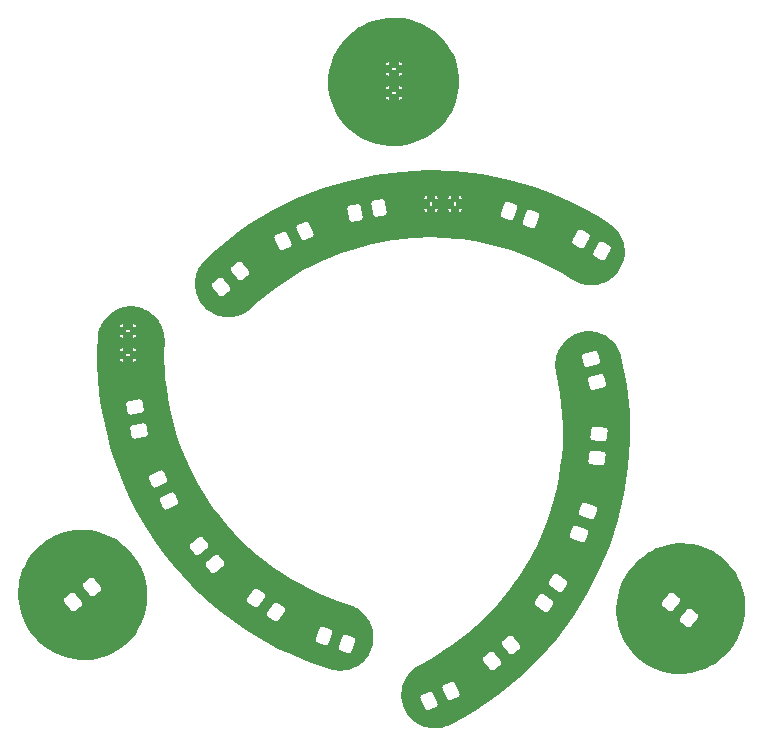
<source format=gto>
%TF.GenerationSoftware,KiCad,Pcbnew,(6.0.5)*%
%TF.CreationDate,2022-11-29T16:25:59+01:00*%
%TF.ProjectId,sublink,7375626c-696e-46b2-9e6b-696361645f70,rev?*%
%TF.SameCoordinates,Original*%
%TF.FileFunction,Legend,Top*%
%TF.FilePolarity,Positive*%
%FSLAX46Y46*%
G04 Gerber Fmt 4.6, Leading zero omitted, Abs format (unit mm)*
G04 Created by KiCad (PCBNEW (6.0.5)) date 2022-11-29 16:25:59*
%MOMM*%
%LPD*%
G01*
G04 APERTURE LIST*
G04 Aperture macros list*
%AMRoundRect*
0 Rectangle with rounded corners*
0 $1 Rounding radius*
0 $2 $3 $4 $5 $6 $7 $8 $9 X,Y pos of 4 corners*
0 Add a 4 corners polygon primitive as box body*
4,1,4,$2,$3,$4,$5,$6,$7,$8,$9,$2,$3,0*
0 Add four circle primitives for the rounded corners*
1,1,$1+$1,$2,$3*
1,1,$1+$1,$4,$5*
1,1,$1+$1,$6,$7*
1,1,$1+$1,$8,$9*
0 Add four rect primitives between the rounded corners*
20,1,$1+$1,$2,$3,$4,$5,0*
20,1,$1+$1,$4,$5,$6,$7,0*
20,1,$1+$1,$6,$7,$8,$9,0*
20,1,$1+$1,$8,$9,$2,$3,0*%
G04 Aperture macros list end*
%ADD10C,0.000000*%
%ADD11C,0.120000*%
%ADD12RoundRect,0.250000X0.450000X-0.325000X0.450000X0.325000X-0.450000X0.325000X-0.450000X-0.325000X0*%
%ADD13RoundRect,0.250000X0.182206X-0.524334X0.555031X0.008115X-0.182206X0.524334X-0.555031X-0.008115X0*%
%ADD14RoundRect,0.250000X0.506458X0.227211X-0.056458X0.552211X-0.506458X-0.227211X0.056458X-0.552211X0*%
%ADD15RoundRect,0.250000X-0.040290X0.553626X-0.538219X0.135814X0.040290X-0.553626X0.538219X-0.135814X0*%
%ADD16RoundRect,0.250000X-0.524334X-0.182206X0.008115X-0.555031X0.524334X0.182206X-0.008115X0.555031X0*%
%ADD17RoundRect,0.250000X0.518783X-0.197457X0.350550X0.430394X-0.518783X0.197457X-0.350550X-0.430394X0*%
%ADD18RoundRect,0.250000X-0.450000X0.325000X-0.450000X-0.325000X0.450000X-0.325000X0.450000X0.325000X0*%
%ADD19RoundRect,0.250000X0.241921X0.499599X-0.398204X0.386728X-0.241921X-0.499599X0.398204X-0.386728X0*%
%ADD20RoundRect,0.250000X0.325000X0.450000X-0.325000X0.450000X-0.325000X-0.450000X0.325000X-0.450000X0*%
%ADD21RoundRect,0.250000X0.311705X-0.459309X0.534018X0.151491X-0.311705X0.459309X-0.534018X-0.151491X0*%
%ADD22RoundRect,0.250000X0.104372X0.545189X-0.484728X0.270488X-0.104372X-0.545189X0.484728X-0.270488X0*%
%ADD23RoundRect,0.250000X-0.459309X-0.311705X0.151491X-0.534018X0.459309X0.311705X-0.151491X0.534018X0*%
%ADD24RoundRect,0.250000X-0.545189X0.104372X-0.270488X-0.484728X0.545189X-0.104372X0.270488X0.484728X0*%
%ADD25RoundRect,0.250000X0.419962X-0.362983X0.476613X0.284543X-0.419962X0.362983X-0.476613X-0.284543X0*%
%ADD26RoundRect,0.250000X-0.104372X-0.545189X0.484728X-0.270488X0.104372X0.545189X-0.484728X0.270488X0*%
%ADD27RoundRect,0.250000X-0.538219X-0.135814X-0.040290X-0.553626X0.538219X0.135814X0.040290X0.553626X0*%
%ADD28RoundRect,0.250000X0.040290X-0.553626X0.538219X-0.135814X-0.040290X0.553626X-0.538219X0.135814X0*%
%ADD29RoundRect,0.250000X-0.553626X-0.040290X-0.135814X-0.538219X0.553626X0.040290X0.135814X0.538219X0*%
%ADD30C,2.200000*%
%ADD31RoundRect,0.250000X0.459309X0.311705X-0.151491X0.534018X-0.459309X-0.311705X0.151491X-0.534018X0*%
%ADD32RoundRect,0.250000X-0.499599X0.241921X-0.386728X-0.398204X0.499599X-0.241921X0.386728X0.398204X0*%
G04 APERTURE END LIST*
D10*
G36*
X179356599Y-77912667D02*
G01*
X181624760Y-78180002D01*
X183873118Y-78635378D01*
X186089676Y-79279845D01*
X187182284Y-79673315D01*
X188262445Y-80114451D01*
X189328659Y-80603385D01*
X190379428Y-81140248D01*
X191413252Y-81725170D01*
X192428633Y-82358283D01*
X192583525Y-82466862D01*
X192729711Y-82584537D01*
X192866921Y-82710774D01*
X192994884Y-82845042D01*
X193113332Y-82986808D01*
X193221994Y-83135540D01*
X193320601Y-83290707D01*
X193408882Y-83451774D01*
X193486569Y-83618212D01*
X193553391Y-83789485D01*
X193609079Y-83965063D01*
X193653362Y-84144414D01*
X193685972Y-84327005D01*
X193706637Y-84512304D01*
X193715090Y-84699778D01*
X193711058Y-84888896D01*
X193694472Y-85077327D01*
X193665655Y-85262766D01*
X193624935Y-85444713D01*
X193572637Y-85622668D01*
X193509087Y-85796131D01*
X193434611Y-85964602D01*
X193349537Y-86127581D01*
X193254188Y-86284569D01*
X193148893Y-86435067D01*
X193033976Y-86578574D01*
X192909764Y-86714589D01*
X192776582Y-86842616D01*
X192634758Y-86962152D01*
X192484617Y-87072698D01*
X192326486Y-87173755D01*
X192160689Y-87264822D01*
X191989210Y-87344673D01*
X191814207Y-87412437D01*
X191636276Y-87468146D01*
X191456015Y-87511832D01*
X191274017Y-87543526D01*
X191090879Y-87563264D01*
X190907198Y-87571077D01*
X190723568Y-87566996D01*
X190540585Y-87551056D01*
X190358846Y-87523289D01*
X190178947Y-87483725D01*
X190001483Y-87432400D01*
X189827050Y-87369345D01*
X189656243Y-87294593D01*
X189489659Y-87208176D01*
X189327894Y-87110127D01*
X188918930Y-86850886D01*
X188433179Y-86561364D01*
X187873177Y-86249222D01*
X187241465Y-85922120D01*
X186540577Y-85587715D01*
X185773052Y-85253672D01*
X184941429Y-84927649D01*
X184048243Y-84617305D01*
X183096034Y-84330302D01*
X182087340Y-84074301D01*
X181024695Y-83856959D01*
X180473937Y-83765181D01*
X179910641Y-83685939D01*
X179335128Y-83620194D01*
X178747714Y-83568900D01*
X178148715Y-83533018D01*
X177538450Y-83513503D01*
X176917235Y-83511314D01*
X176285389Y-83527408D01*
X175643228Y-83562742D01*
X174991068Y-83618274D01*
X174091077Y-83731710D01*
X173199021Y-83881093D01*
X172315900Y-84065971D01*
X171442713Y-84285885D01*
X170580461Y-84540381D01*
X169730140Y-84829003D01*
X168892753Y-85151297D01*
X168069296Y-85506806D01*
X167260769Y-85895075D01*
X166468172Y-86315650D01*
X165692505Y-86768073D01*
X164934765Y-87251891D01*
X164195954Y-87766646D01*
X163477068Y-88311885D01*
X162779109Y-88887151D01*
X162103075Y-89491990D01*
X162014862Y-89571481D01*
X161923676Y-89646966D01*
X161829659Y-89718383D01*
X161732951Y-89785669D01*
X161633693Y-89848761D01*
X161532024Y-89907596D01*
X161428084Y-89962111D01*
X161322016Y-90012243D01*
X161213958Y-90057931D01*
X161104052Y-90099112D01*
X160992437Y-90135720D01*
X160879253Y-90167696D01*
X160764642Y-90194975D01*
X160648744Y-90217495D01*
X160531698Y-90235193D01*
X160413646Y-90248006D01*
X160413646Y-90248008D01*
X160188390Y-90259202D01*
X159965502Y-90252669D01*
X159745833Y-90228913D01*
X159530239Y-90188433D01*
X159319573Y-90131730D01*
X159114689Y-90059304D01*
X158916440Y-89971657D01*
X158725680Y-89869290D01*
X158543264Y-89752704D01*
X158370043Y-89622399D01*
X158206873Y-89478877D01*
X158054608Y-89322639D01*
X157914099Y-89154185D01*
X157786203Y-88974016D01*
X157671771Y-88782633D01*
X157571660Y-88580538D01*
X157487822Y-88371165D01*
X157421518Y-88158266D01*
X157372548Y-87942812D01*
X157340719Y-87725773D01*
X157325834Y-87508118D01*
X157327696Y-87290817D01*
X157346109Y-87074841D01*
X157380878Y-86861160D01*
X157431807Y-86650746D01*
X157498699Y-86444566D01*
X157581358Y-86243593D01*
X157679589Y-86048796D01*
X157793195Y-85861144D01*
X157921980Y-85681610D01*
X158065749Y-85511161D01*
X158224304Y-85350771D01*
X159114321Y-84550957D01*
X160030868Y-83795399D01*
X160972450Y-83084229D01*
X161937564Y-82417578D01*
X162924712Y-81795575D01*
X163932395Y-81218354D01*
X166003371Y-80198776D01*
X168138496Y-79359897D01*
X170325778Y-78702762D01*
X172553222Y-78228422D01*
X174808836Y-77937927D01*
X177080626Y-77832326D01*
X179356599Y-77912667D01*
G37*
G36*
X199054765Y-109432217D02*
G01*
X199487881Y-109495244D01*
X199931682Y-109589216D01*
X200360941Y-109729606D01*
X200776237Y-109892467D01*
X201185142Y-110103699D01*
X201556816Y-110344742D01*
X201925290Y-110609970D01*
X202257225Y-110912922D01*
X202566365Y-111228493D01*
X202855009Y-111583038D01*
X203106196Y-111964766D01*
X203320937Y-112354991D01*
X203516672Y-112770788D01*
X203660611Y-113201736D01*
X203786799Y-113642205D01*
X203862898Y-114087059D01*
X203902330Y-114537773D01*
X203913466Y-114998934D01*
X203879557Y-115461378D01*
X203823176Y-115909852D01*
X203718440Y-116351932D01*
X203573466Y-116789565D01*
X203400751Y-117213692D01*
X203186424Y-117617556D01*
X202952263Y-118007215D01*
X202676490Y-118376616D01*
X202374924Y-118724366D01*
X202051681Y-119036836D01*
X201700692Y-119335791D01*
X201319658Y-119594882D01*
X200933220Y-119822575D01*
X200520295Y-120020714D01*
X200096226Y-120182645D01*
X199653352Y-120311689D01*
X199218024Y-120405552D01*
X198770402Y-120450030D01*
X198317844Y-120468374D01*
X197869729Y-120446491D01*
X197420794Y-120384844D01*
X196976306Y-120282968D01*
X196544640Y-120145440D01*
X196144231Y-119970651D01*
X195741988Y-119774777D01*
X195354267Y-119532482D01*
X194996104Y-119263694D01*
X194656027Y-118958799D01*
X194346429Y-118637959D01*
X194055378Y-118286273D01*
X193806829Y-117904322D01*
X193592088Y-117514090D01*
X193407359Y-117102645D01*
X193250464Y-116675489D01*
X193137694Y-116236500D01*
X193054933Y-115776293D01*
X193003248Y-115337275D01*
X192994753Y-114875886D01*
X193029120Y-114418713D01*
X193103946Y-113968623D01*
X193206053Y-113526771D01*
X193345068Y-113081695D01*
X193515606Y-112663070D01*
X193721561Y-112254627D01*
X193971306Y-111860944D01*
X194238933Y-111489602D01*
X194543140Y-111141619D01*
X194863751Y-110829384D01*
X195220702Y-110537873D01*
X195595773Y-110271335D01*
X195982211Y-110043642D01*
X196397777Y-109845272D01*
X196824708Y-109685748D01*
X197254636Y-109560490D01*
X197701197Y-109473612D01*
X198148127Y-109421231D01*
X198606648Y-109410329D01*
X199054765Y-109432217D01*
G37*
G36*
X174560596Y-64915624D02*
G01*
X175019380Y-64968443D01*
X175470624Y-65056450D01*
X175903778Y-65180566D01*
X176336831Y-65333907D01*
X176752718Y-65533900D01*
X177143861Y-65754649D01*
X177522420Y-66013683D01*
X177871425Y-66299206D01*
X178207616Y-66620377D01*
X178504726Y-66950280D01*
X178767708Y-67315040D01*
X179010982Y-67697458D01*
X179215876Y-68096515D01*
X179385481Y-68517250D01*
X179521746Y-68951527D01*
X179618935Y-69394533D01*
X179664888Y-69828742D01*
X179695955Y-70274879D01*
X179682905Y-70732843D01*
X179628702Y-71175814D01*
X179532554Y-71625113D01*
X179410617Y-72052764D01*
X179251312Y-72478371D01*
X179045354Y-72886813D01*
X178815545Y-73265471D01*
X178552954Y-73633716D01*
X178259524Y-73983413D01*
X177936504Y-74298516D01*
X177577841Y-74600800D01*
X177223857Y-74865492D01*
X176827796Y-75104651D01*
X176414867Y-75302790D01*
X175987937Y-75462314D01*
X175553434Y-75595942D01*
X175100112Y-75696689D01*
X174651245Y-75757208D01*
X174196968Y-75786329D01*
X173730406Y-75766061D01*
X173274713Y-75718281D01*
X172820840Y-75630505D01*
X172387685Y-75506389D01*
X171959211Y-75344681D01*
X171538746Y-75153057D01*
X171150235Y-74932076D01*
X170771678Y-74673043D01*
X170419341Y-74379843D01*
X170094851Y-74070927D01*
X169796588Y-73727847D01*
X169528567Y-73366184D01*
X169289870Y-72975397D01*
X169084975Y-72576340D01*
X168924661Y-72170728D01*
X168780723Y-71739778D01*
X168688800Y-71296311D01*
X168623706Y-70855808D01*
X168602029Y-70395571D01*
X168621967Y-69955596D01*
X168669976Y-69502543D01*
X168764408Y-69064019D01*
X168886351Y-68636368D01*
X169045651Y-68210760D01*
X169251609Y-67802317D01*
X169481191Y-67421024D01*
X169745724Y-67044640D01*
X170045120Y-66702390D01*
X170361708Y-66374571D01*
X170710985Y-66086387D01*
X171083883Y-65825351D01*
X171474670Y-65586655D01*
X171892639Y-65385418D01*
X172310044Y-65208136D01*
X172745016Y-65079779D01*
X173196156Y-64984535D01*
X173650069Y-64920919D01*
X174105498Y-64904978D01*
X174560596Y-64915624D01*
G37*
G36*
X152063341Y-89346818D02*
G01*
X152206069Y-89357951D01*
X152346627Y-89375967D01*
X152484854Y-89400691D01*
X152620586Y-89431948D01*
X152753662Y-89469563D01*
X152883921Y-89513361D01*
X153011200Y-89563167D01*
X153135338Y-89618807D01*
X153256171Y-89680105D01*
X153373539Y-89746887D01*
X153487280Y-89818977D01*
X153597231Y-89896200D01*
X153703230Y-89978384D01*
X153805116Y-90065350D01*
X153902725Y-90156924D01*
X153995899Y-90252934D01*
X154084472Y-90353201D01*
X154168283Y-90457553D01*
X154247171Y-90565814D01*
X154320974Y-90677809D01*
X154389529Y-90793364D01*
X154452675Y-90912302D01*
X154510250Y-91034451D01*
X154562090Y-91159634D01*
X154608037Y-91287676D01*
X154647925Y-91418403D01*
X154681595Y-91551639D01*
X154708883Y-91687211D01*
X154729628Y-91824942D01*
X154743668Y-91964659D01*
X154750840Y-92106184D01*
X154750984Y-92249346D01*
X154723330Y-93299113D01*
X154733022Y-93940296D01*
X154765557Y-94650990D01*
X154826306Y-95425186D01*
X154920640Y-96256867D01*
X155053932Y-97140018D01*
X155231554Y-98068628D01*
X155458877Y-99036682D01*
X155741274Y-100038165D01*
X156084116Y-101067063D01*
X156492775Y-102117364D01*
X156972624Y-103183052D01*
X157240922Y-103719787D01*
X157529034Y-104258112D01*
X157837628Y-104797279D01*
X158167376Y-105336534D01*
X158518951Y-105875125D01*
X158893023Y-106412300D01*
X159441178Y-107135108D01*
X160016524Y-107833048D01*
X160618164Y-108505482D01*
X161245203Y-109151771D01*
X161896745Y-109771276D01*
X162571896Y-110363359D01*
X163269759Y-110927381D01*
X163989438Y-111462703D01*
X164730039Y-111968687D01*
X165490664Y-112444693D01*
X166270419Y-112890085D01*
X167068407Y-113304220D01*
X167883734Y-113686464D01*
X168715503Y-114036175D01*
X169562820Y-114352716D01*
X170424787Y-114635446D01*
X170537987Y-114672522D01*
X170649182Y-114714187D01*
X170758248Y-114760352D01*
X170865058Y-114810925D01*
X170969488Y-114865816D01*
X171071415Y-114924934D01*
X171170710Y-114988187D01*
X171267252Y-115055485D01*
X171360913Y-115126736D01*
X171451570Y-115201850D01*
X171539097Y-115280734D01*
X171623370Y-115363300D01*
X171704263Y-115449454D01*
X171781651Y-115539107D01*
X171855409Y-115632165D01*
X171925413Y-115728541D01*
X171925414Y-115728545D01*
X172047048Y-115918101D01*
X172152194Y-116114407D01*
X172240858Y-116316479D01*
X172313048Y-116523334D01*
X172368775Y-116733984D01*
X172408044Y-116947449D01*
X172430866Y-117162743D01*
X172437248Y-117378882D01*
X172427198Y-117594881D01*
X172400726Y-117809756D01*
X172357839Y-118022524D01*
X172298545Y-118232199D01*
X172222855Y-118437799D01*
X172130774Y-118638337D01*
X172022313Y-118832831D01*
X171897478Y-119020297D01*
X171829399Y-119110469D01*
X171758259Y-119197340D01*
X171684172Y-119280869D01*
X171607257Y-119361017D01*
X171527629Y-119437745D01*
X171445406Y-119511013D01*
X171360703Y-119580781D01*
X171273638Y-119647013D01*
X171184328Y-119709666D01*
X171092887Y-119768701D01*
X170904084Y-119875765D01*
X170708162Y-119967889D01*
X170506054Y-120044758D01*
X170298692Y-120106058D01*
X170087010Y-120151473D01*
X169871938Y-120180689D01*
X169763423Y-120189125D01*
X169654411Y-120193393D01*
X169545018Y-120193453D01*
X169435361Y-120189268D01*
X169325556Y-120180796D01*
X169215719Y-120168000D01*
X169105969Y-120150839D01*
X168996421Y-120129274D01*
X168887192Y-120103267D01*
X168778397Y-120072777D01*
X167640450Y-119702326D01*
X166527569Y-119286731D01*
X165440618Y-118827225D01*
X164380461Y-118325044D01*
X163347963Y-117781423D01*
X162343987Y-117197593D01*
X161369399Y-116574790D01*
X160425062Y-115914249D01*
X159511840Y-115217203D01*
X158630598Y-114484887D01*
X157782200Y-113718533D01*
X156967511Y-112919378D01*
X156187394Y-112088655D01*
X155442715Y-111227597D01*
X154734336Y-110337440D01*
X154063123Y-109419417D01*
X153429939Y-108474763D01*
X152835649Y-107504711D01*
X152281117Y-106510497D01*
X151767209Y-105493353D01*
X151294786Y-104454515D01*
X150864715Y-103395216D01*
X150477859Y-102316690D01*
X150135082Y-101220173D01*
X149837249Y-100106897D01*
X149585225Y-98978097D01*
X149379873Y-97835008D01*
X149222056Y-96678863D01*
X149112641Y-95510896D01*
X149052491Y-94332342D01*
X149042470Y-93144435D01*
X149083444Y-91948409D01*
X149098746Y-91806068D01*
X149120866Y-91666096D01*
X149149622Y-91528653D01*
X149184835Y-91393892D01*
X149226327Y-91261973D01*
X149273916Y-91133051D01*
X149327424Y-91007284D01*
X149386671Y-90884827D01*
X149451477Y-90765838D01*
X149521663Y-90650473D01*
X149597049Y-90538890D01*
X149677456Y-90431245D01*
X149762703Y-90327695D01*
X149852613Y-90228397D01*
X149947004Y-90133508D01*
X150045696Y-90043183D01*
X150148512Y-89957580D01*
X150255271Y-89876858D01*
X150365793Y-89801170D01*
X150479899Y-89730675D01*
X150597410Y-89665529D01*
X150718144Y-89605889D01*
X150841924Y-89551912D01*
X150968569Y-89503755D01*
X151097901Y-89461574D01*
X151229739Y-89425527D01*
X151363903Y-89395768D01*
X151500215Y-89372458D01*
X151638494Y-89355751D01*
X151778561Y-89345803D01*
X151920236Y-89342774D01*
X152063341Y-89346818D01*
G37*
G36*
X190735906Y-91455805D02*
G01*
X190848111Y-91460745D01*
X190960734Y-91470170D01*
X191072898Y-91484039D01*
X191183732Y-91502213D01*
X191293144Y-91524612D01*
X191401042Y-91551153D01*
X191507332Y-91581755D01*
X191611924Y-91616337D01*
X191714724Y-91654818D01*
X191815640Y-91697115D01*
X192011450Y-91792838D01*
X192198613Y-91902852D01*
X192376393Y-92026508D01*
X192544048Y-92163155D01*
X192700840Y-92312141D01*
X192846029Y-92472816D01*
X192978876Y-92644529D01*
X193098641Y-92826629D01*
X193153387Y-92921371D01*
X193204585Y-93018465D01*
X193252144Y-93117830D01*
X193295970Y-93219386D01*
X193335971Y-93323050D01*
X193372054Y-93428741D01*
X193404128Y-93536379D01*
X193432100Y-93645879D01*
X193679714Y-94816498D01*
X193875743Y-95987965D01*
X194115584Y-98327990D01*
X194156707Y-100655046D01*
X194004202Y-102958223D01*
X193663155Y-105226613D01*
X193138652Y-107449304D01*
X192435782Y-109615388D01*
X191559630Y-111713955D01*
X190515284Y-113734096D01*
X189307831Y-115664901D01*
X187942358Y-117495460D01*
X186423951Y-119214863D01*
X184757698Y-120812201D01*
X182948685Y-122276566D01*
X181002001Y-123597045D01*
X179978622Y-124199920D01*
X178922731Y-124762731D01*
X178751243Y-124842831D01*
X178576215Y-124910835D01*
X178398243Y-124966774D01*
X178217925Y-125010679D01*
X178035856Y-125042583D01*
X177852633Y-125062520D01*
X177668855Y-125070519D01*
X177485116Y-125066614D01*
X177302014Y-125050835D01*
X177120147Y-125023217D01*
X176940110Y-124983789D01*
X176762500Y-124932585D01*
X176587916Y-124869637D01*
X176416951Y-124794975D01*
X176250204Y-124708633D01*
X176088273Y-124610644D01*
X175933212Y-124502106D01*
X175786861Y-124384459D01*
X175649490Y-124258234D01*
X175521371Y-124123966D01*
X175402774Y-123982184D01*
X175293969Y-123833425D01*
X175195225Y-123678221D01*
X175106815Y-123517104D01*
X175029007Y-123350608D01*
X174962074Y-123179265D01*
X174906284Y-123003608D01*
X174861908Y-122824170D01*
X174829218Y-122641484D01*
X174808482Y-122456084D01*
X174799972Y-122268503D01*
X174803959Y-122079271D01*
X174820513Y-121890724D01*
X174849311Y-121705171D01*
X174890027Y-121523112D01*
X174942331Y-121345049D01*
X175005901Y-121171481D01*
X175080406Y-121002909D01*
X175165523Y-120839833D01*
X175260923Y-120682754D01*
X175366281Y-120532173D01*
X175481269Y-120388589D01*
X175605563Y-120252505D01*
X175738833Y-120124419D01*
X175880754Y-120004833D01*
X176030999Y-119894245D01*
X176189243Y-119793160D01*
X176355158Y-119702074D01*
X177278242Y-119200235D01*
X177828763Y-118870949D01*
X178428072Y-118487208D01*
X179068269Y-118047353D01*
X179741455Y-117549723D01*
X180439733Y-116992662D01*
X181155203Y-116374510D01*
X181879967Y-115693606D01*
X182606124Y-114948295D01*
X183325777Y-114136916D01*
X184031026Y-113257810D01*
X184375782Y-112792341D01*
X184713974Y-112309318D01*
X185044617Y-111808534D01*
X185366721Y-111289782D01*
X185679300Y-110752854D01*
X185981367Y-110197543D01*
X186271935Y-109623641D01*
X186550015Y-109030941D01*
X186901890Y-108194919D01*
X187218642Y-107347785D01*
X187500164Y-106490632D01*
X187746353Y-105624555D01*
X187957103Y-104750650D01*
X188132308Y-103870010D01*
X188271864Y-102983731D01*
X188375664Y-102092907D01*
X188443603Y-101198633D01*
X188475577Y-100302004D01*
X188471480Y-99404115D01*
X188431206Y-98506058D01*
X188354649Y-97608931D01*
X188241707Y-96713827D01*
X188092271Y-95821841D01*
X187906237Y-94934068D01*
X187881213Y-94817942D01*
X187861179Y-94701233D01*
X187846120Y-94584095D01*
X187836018Y-94466682D01*
X187830859Y-94349152D01*
X187830626Y-94231658D01*
X187835304Y-94114356D01*
X187844876Y-93997401D01*
X187859326Y-93880948D01*
X187878640Y-93765152D01*
X187902800Y-93650168D01*
X187931790Y-93536152D01*
X187965596Y-93423258D01*
X188004198Y-93311642D01*
X188047585Y-93201459D01*
X188095738Y-93092864D01*
X188095739Y-93092870D01*
X188145570Y-92991430D01*
X188199034Y-92892658D01*
X188256024Y-92796611D01*
X188316432Y-92703353D01*
X188380151Y-92612942D01*
X188447075Y-92525441D01*
X188517096Y-92440909D01*
X188590106Y-92359406D01*
X188665999Y-92280995D01*
X188744668Y-92205735D01*
X188826004Y-92133688D01*
X188909903Y-92064913D01*
X188996255Y-91999472D01*
X189084954Y-91937425D01*
X189175894Y-91878833D01*
X189268966Y-91823757D01*
X189364063Y-91772256D01*
X189461078Y-91724393D01*
X189559906Y-91680227D01*
X189660437Y-91639820D01*
X189762566Y-91603231D01*
X189866183Y-91570523D01*
X189971185Y-91541755D01*
X190077460Y-91516987D01*
X190184906Y-91496282D01*
X190293411Y-91479699D01*
X190402872Y-91467300D01*
X190513179Y-91459143D01*
X190624226Y-91455292D01*
X190735906Y-91455805D01*
G37*
G36*
X148026249Y-108279318D02*
G01*
X148473570Y-108322515D01*
X148923888Y-108399979D01*
X149359449Y-108521231D01*
X149798464Y-108682017D01*
X150206777Y-108856112D01*
X150611560Y-109080976D01*
X150989888Y-109337378D01*
X151341757Y-109625307D01*
X151671756Y-109936394D01*
X151988699Y-110280495D01*
X152267033Y-110638600D01*
X152517984Y-111017696D01*
X152732172Y-111431871D01*
X152920226Y-111850994D01*
X153069899Y-112286754D01*
X153179807Y-112723336D01*
X153253967Y-113176327D01*
X153296726Y-113634720D01*
X153301431Y-114083161D01*
X153264429Y-114540564D01*
X153189598Y-114990652D01*
X153081761Y-115427693D01*
X152936096Y-115857421D01*
X152757190Y-116271463D01*
X152537361Y-116673147D01*
X152294145Y-117050326D01*
X152021334Y-117392908D01*
X151721482Y-117729887D01*
X151384136Y-118032960D01*
X151033938Y-118310605D01*
X150646476Y-118556974D01*
X150252693Y-118761404D01*
X149838610Y-118946367D01*
X149412243Y-119081941D01*
X148980931Y-119191386D01*
X148530577Y-119265312D01*
X148076073Y-119291796D01*
X147631749Y-119282864D01*
X147171480Y-119243454D01*
X146725281Y-119152353D01*
X146282967Y-119044971D01*
X145857359Y-118885666D01*
X145447434Y-118693118D01*
X145043111Y-118473523D01*
X144661685Y-118212086D01*
X144300655Y-117940896D01*
X143970431Y-117627167D01*
X143664258Y-117284778D01*
X143380193Y-116921867D01*
X143139321Y-116536578D01*
X142921249Y-116138677D01*
X142738003Y-115713822D01*
X142588329Y-115278061D01*
X142478422Y-114841479D01*
X142393721Y-114389416D01*
X142358869Y-113930329D01*
X142356798Y-113481655D01*
X142391167Y-113024485D01*
X142463589Y-112577262D01*
X142572912Y-112126811D01*
X142711130Y-111703045D01*
X142895770Y-111293813D01*
X143105054Y-110893047D01*
X143348274Y-110515876D01*
X143627832Y-110159424D01*
X143935826Y-109824387D01*
X144270306Y-109518907D01*
X144622118Y-109259719D01*
X144995937Y-109009224D01*
X145396708Y-108793558D01*
X145809075Y-108619370D01*
X146245527Y-108477604D01*
X146676836Y-108368159D01*
X147124554Y-108294464D01*
X147579059Y-108267976D01*
X148026249Y-108279318D01*
G37*
D11*
X173254844Y-72143909D02*
X175174844Y-72143909D01*
X173254844Y-69283909D02*
X173254844Y-72143909D01*
X175174844Y-72143909D02*
X175174844Y-69283909D01*
X187159607Y-115670326D02*
X188800035Y-113327551D01*
X187227263Y-112226285D02*
X185586835Y-114569059D01*
X185586835Y-114569059D02*
X187159607Y-115670326D01*
X192020532Y-85944874D02*
X192980532Y-84282106D01*
X192980532Y-84282106D02*
X190503700Y-82852106D01*
X189543700Y-84514874D02*
X192020532Y-85944874D01*
X160175011Y-88436600D02*
X162365898Y-86598228D01*
X161131746Y-85127422D02*
X158940858Y-86965795D01*
X162365898Y-86598228D02*
X161131746Y-85127422D01*
X162362921Y-112747472D02*
X161261654Y-114320244D01*
X161261654Y-114320244D02*
X163604429Y-115960672D01*
X164705695Y-114387900D02*
X162362921Y-112747472D01*
X189930131Y-94086702D02*
X190670354Y-96849250D01*
X192524931Y-96352318D02*
X191784709Y-93589770D01*
X190670354Y-96849250D02*
X192524931Y-96352318D01*
X150699523Y-90574023D02*
X150699523Y-93434023D01*
X152619523Y-90574023D02*
X150699523Y-90574023D01*
X152619523Y-93434023D02*
X152619523Y-90574023D01*
X173858413Y-81853236D02*
X173525008Y-79962405D01*
X173525008Y-79962405D02*
X170708458Y-80459039D01*
X171041862Y-82349870D02*
X173858413Y-81853236D01*
X177335233Y-81624294D02*
X180195233Y-81624294D01*
X180195233Y-81624294D02*
X180195233Y-79704294D01*
X180195233Y-79704294D02*
X177335233Y-79704294D01*
X189670643Y-106362115D02*
X188692466Y-109049636D01*
X190496675Y-109706315D02*
X191474853Y-107018794D01*
X188692466Y-109049636D02*
X190496675Y-109706315D01*
X167814836Y-83457785D02*
X167003409Y-81717674D01*
X165222796Y-84666473D02*
X167814836Y-83457785D01*
X167003409Y-81717674D02*
X164411369Y-82926362D01*
X167143477Y-117865266D02*
X169830998Y-118843444D01*
X167800156Y-116061057D02*
X167143477Y-117865266D01*
X170487677Y-117039234D02*
X167800156Y-116061057D01*
X154743157Y-102828654D02*
X153003046Y-103640081D01*
X153003046Y-103640081D02*
X154211734Y-106232121D01*
X155951845Y-105420694D02*
X154743157Y-102828654D01*
X190605606Y-100117376D02*
X190356340Y-102966493D01*
X190356340Y-102966493D02*
X192269034Y-103133832D01*
X192269034Y-103133832D02*
X192518300Y-100284715D01*
X178567631Y-121053607D02*
X175975591Y-122262295D01*
X175975591Y-122262295D02*
X176787018Y-124002406D01*
X176787018Y-124002406D02*
X179379058Y-122793718D01*
X197600383Y-113114668D02*
X196366231Y-114585474D01*
X199791271Y-114953041D02*
X197600383Y-113114668D01*
X196366231Y-114585474D02*
X198557118Y-116423846D01*
X183416178Y-117300912D02*
X181225291Y-119139284D01*
X181225291Y-119139284D02*
X182459443Y-120610090D01*
X182459443Y-120610090D02*
X184650331Y-118771717D01*
X159730688Y-110568098D02*
X157892316Y-108377211D01*
X157892316Y-108377211D02*
X156421510Y-109611363D01*
X156421510Y-109611363D02*
X158259883Y-111802251D01*
X147653801Y-115129470D02*
X149844688Y-113291098D01*
X148610536Y-111820292D02*
X146419648Y-113658665D01*
X149844688Y-113291098D02*
X148610536Y-111820292D01*
X186261102Y-83139051D02*
X186917781Y-81334842D01*
X183573581Y-82160874D02*
X186261102Y-83139051D01*
X186917781Y-81334842D02*
X184230260Y-80356664D01*
X153047705Y-96893412D02*
X151156874Y-97226817D01*
X153544339Y-99709963D02*
X153047705Y-96893412D01*
X151156874Y-97226817D02*
X151653508Y-100043367D01*
%LPC*%
D12*
X174214844Y-71308909D03*
X174214844Y-69258909D03*
D13*
X186852157Y-114435701D03*
X188027989Y-112756439D03*
D14*
X191777401Y-84695990D03*
X190002049Y-83670990D03*
D15*
X161109175Y-86399553D03*
X159538783Y-87717267D03*
D16*
X162496279Y-114012794D03*
X164175541Y-115188626D03*
D17*
X191381529Y-95794236D03*
X190850949Y-93814088D03*
D18*
X151659523Y-91409023D03*
X151659523Y-93459023D03*
D19*
X172869396Y-81052817D03*
X170850540Y-81408795D03*
D20*
X179360233Y-80664294D03*
X177310233Y-80664294D03*
D21*
X189880157Y-108593332D03*
X190581299Y-106666962D03*
D22*
X166652355Y-82940615D03*
X164794425Y-83806983D03*
D23*
X168256460Y-117248748D03*
X170182830Y-117949890D03*
D24*
X154225987Y-103991135D03*
X155092355Y-105849065D03*
D25*
X191385462Y-102218340D03*
X191564132Y-100176140D03*
D26*
X177138072Y-122779465D03*
X178996002Y-121913097D03*
D27*
X197622954Y-114386799D03*
X199193346Y-115704513D03*
D28*
X182482014Y-119337959D03*
X184052406Y-118020245D03*
D29*
X157693641Y-109633934D03*
X159011355Y-111204326D03*
D30*
X214420000Y-123462000D03*
X131830000Y-123432000D03*
D15*
X148587965Y-113092423D03*
X147017573Y-114410137D03*
D30*
X173230000Y-51922000D03*
D31*
X185804798Y-81951360D03*
X183878428Y-81250218D03*
D32*
X152247286Y-97882429D03*
X152603264Y-99901285D03*
M02*

</source>
